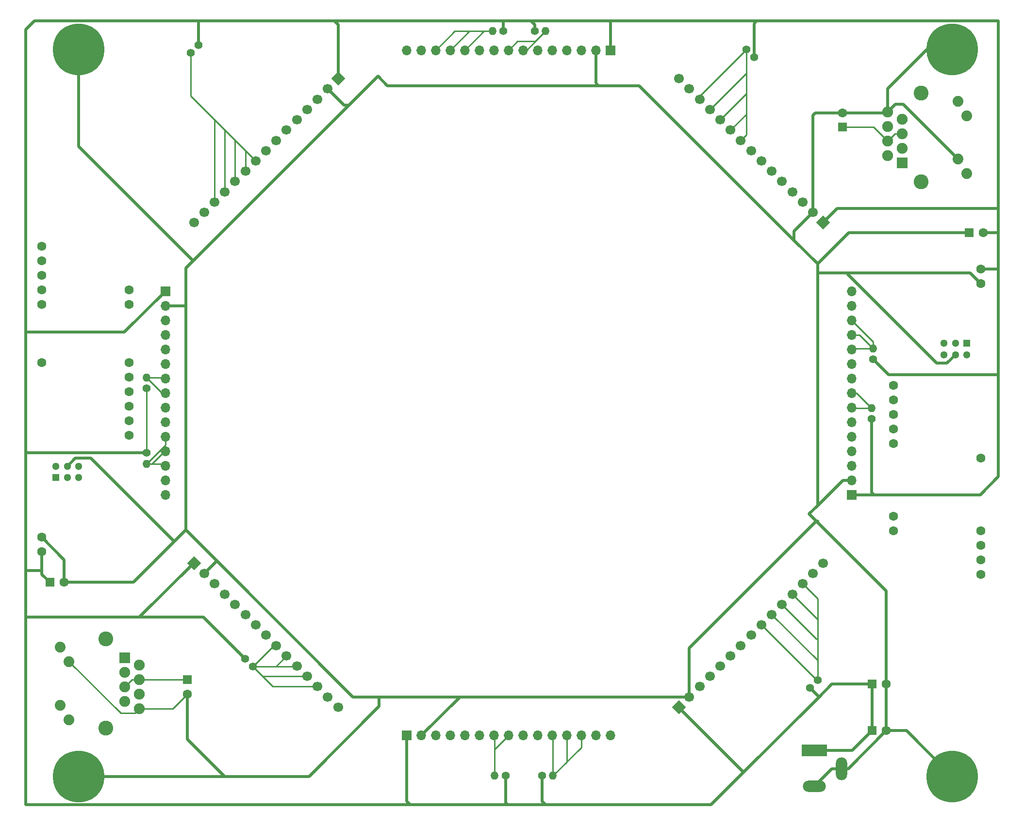
<source format=gbr>
%TF.GenerationSoftware,KiCad,Pcbnew,(6.0.11)*%
%TF.CreationDate,2023-02-05T17:58:30-05:00*%
%TF.ProjectId,arena_06-08,6172656e-615f-4303-962d-30382e6b6963,rev?*%
%TF.SameCoordinates,Original*%
%TF.FileFunction,Copper,L1,Top*%
%TF.FilePolarity,Positive*%
%FSLAX46Y46*%
G04 Gerber Fmt 4.6, Leading zero omitted, Abs format (unit mm)*
G04 Created by KiCad (PCBNEW (6.0.11)) date 2023-02-05 17:58:30*
%MOMM*%
%LPD*%
G01*
G04 APERTURE LIST*
G04 Aperture macros list*
%AMHorizOval*
0 Thick line with rounded ends*
0 $1 width*
0 $2 $3 position (X,Y) of the first rounded end (center of the circle)*
0 $4 $5 position (X,Y) of the second rounded end (center of the circle)*
0 Add line between two ends*
20,1,$1,$2,$3,$4,$5,0*
0 Add two circle primitives to create the rounded ends*
1,1,$1,$2,$3*
1,1,$1,$4,$5*%
%AMRotRect*
0 Rectangle, with rotation*
0 The origin of the aperture is its center*
0 $1 length*
0 $2 width*
0 $3 Rotation angle, in degrees counterclockwise*
0 Add horizontal line*
21,1,$1,$2,0,0,$3*%
G04 Aperture macros list end*
%TA.AperFunction,ComponentPad*%
%ADD10C,1.400000*%
%TD*%
%TA.AperFunction,ComponentPad*%
%ADD11O,1.400000X1.400000*%
%TD*%
%TA.AperFunction,ComponentPad*%
%ADD12R,1.700000X1.700000*%
%TD*%
%TA.AperFunction,ComponentPad*%
%ADD13O,1.700000X1.700000*%
%TD*%
%TA.AperFunction,ComponentPad*%
%ADD14HorizOval,1.400000X0.000000X0.000000X0.000000X0.000000X0*%
%TD*%
%TA.AperFunction,ComponentPad*%
%ADD15R,1.600000X1.600000*%
%TD*%
%TA.AperFunction,ComponentPad*%
%ADD16C,1.600000*%
%TD*%
%TA.AperFunction,ComponentPad*%
%ADD17RotRect,1.700000X1.700000X315.000000*%
%TD*%
%TA.AperFunction,ComponentPad*%
%ADD18HorizOval,1.700000X0.000000X0.000000X0.000000X0.000000X0*%
%TD*%
%TA.AperFunction,ComponentPad*%
%ADD19C,0.900000*%
%TD*%
%TA.AperFunction,ComponentPad*%
%ADD20C,9.000000*%
%TD*%
%TA.AperFunction,ComponentPad*%
%ADD21HorizOval,1.400000X0.000000X0.000000X0.000000X0.000000X0*%
%TD*%
%TA.AperFunction,ComponentPad*%
%ADD22RotRect,1.700000X1.700000X45.000000*%
%TD*%
%TA.AperFunction,ComponentPad*%
%ADD23HorizOval,1.700000X0.000000X0.000000X0.000000X0.000000X0*%
%TD*%
%TA.AperFunction,ComponentPad*%
%ADD24C,2.600000*%
%TD*%
%TA.AperFunction,ComponentPad*%
%ADD25C,1.890000*%
%TD*%
%TA.AperFunction,ComponentPad*%
%ADD26R,1.900000X1.900000*%
%TD*%
%TA.AperFunction,ComponentPad*%
%ADD27C,1.900000*%
%TD*%
%TA.AperFunction,ComponentPad*%
%ADD28HorizOval,1.400000X0.000000X0.000000X0.000000X0.000000X0*%
%TD*%
%TA.AperFunction,ComponentPad*%
%ADD29RotRect,1.700000X1.700000X225.000000*%
%TD*%
%TA.AperFunction,ComponentPad*%
%ADD30HorizOval,1.700000X0.000000X0.000000X0.000000X0.000000X0*%
%TD*%
%TA.AperFunction,ComponentPad*%
%ADD31RotRect,1.700000X1.700000X135.000000*%
%TD*%
%TA.AperFunction,ComponentPad*%
%ADD32HorizOval,1.700000X0.000000X0.000000X0.000000X0.000000X0*%
%TD*%
%TA.AperFunction,ComponentPad*%
%ADD33R,1.300000X1.300000*%
%TD*%
%TA.AperFunction,ComponentPad*%
%ADD34C,1.300000*%
%TD*%
%TA.AperFunction,ComponentPad*%
%ADD35HorizOval,1.400000X0.000000X0.000000X0.000000X0.000000X0*%
%TD*%
%TA.AperFunction,ComponentPad*%
%ADD36R,4.500000X2.000000*%
%TD*%
%TA.AperFunction,ComponentPad*%
%ADD37O,4.000000X2.000000*%
%TD*%
%TA.AperFunction,ComponentPad*%
%ADD38O,2.000000X4.000000*%
%TD*%
%TA.AperFunction,Conductor*%
%ADD39C,0.250000*%
%TD*%
%TA.AperFunction,Conductor*%
%ADD40C,0.500000*%
%TD*%
G04 APERTURE END LIST*
D10*
%TO.P,R9,1*%
%TO.N,+5V*%
X86868000Y-110490000D03*
D11*
%TO.P,R9,2*%
%TO.N,Net-(J7-Pad11)*%
X86868000Y-112390000D03*
%TD*%
D12*
%TO.P,J3,1,Pin_1*%
%TO.N,+5V*%
X209850000Y-117780000D03*
D13*
%TO.P,J3,2,Pin_2*%
%TO.N,GND*%
X209850000Y-115240000D03*
%TO.P,J3,3,Pin_3*%
%TO.N,unconnected-(J3-Pad3)*%
X209850000Y-112700000D03*
%TO.P,J3,4,Pin_4*%
%TO.N,/SCK1*%
X209850000Y-110160000D03*
%TO.P,J3,5,Pin_5*%
%TO.N,/SDO1*%
X209850000Y-107620000D03*
%TO.P,J3,6,Pin_6*%
%TO.N,unconnected-(J3-Pad6)*%
X209850000Y-105080000D03*
%TO.P,J3,7,Pin_7*%
%TO.N,Net-(J3-Pad7)*%
X209850000Y-102540000D03*
%TO.P,J3,8,Pin_8*%
X209850000Y-100000000D03*
%TO.P,J3,9,Pin_9*%
%TO.N,/CS1_3*%
X209850000Y-97460000D03*
%TO.P,J3,10,Pin_10*%
%TO.N,/CS1_4*%
X209850000Y-94920000D03*
%TO.P,J3,11,Pin_11*%
%TO.N,Net-(J3-Pad11)*%
X209850000Y-92380000D03*
%TO.P,J3,12,Pin_12*%
X209850000Y-89840000D03*
%TO.P,J3,13,Pin_13*%
X209850000Y-87300000D03*
%TO.P,J3,14,Pin_14*%
%TO.N,unconnected-(J3-Pad14)*%
X209850000Y-84760000D03*
%TO.P,J3,15,Pin_15*%
%TO.N,unconnected-(J3-Pad15)*%
X209850000Y-82220000D03*
%TD*%
D10*
%TO.P,R8,1*%
%TO.N,+5V*%
X95889932Y-39238068D03*
D14*
%TO.P,R8,2*%
%TO.N,Net-(J6-Pad10)*%
X94546429Y-40581571D03*
%TD*%
D15*
%TO.P,C2,1*%
%TO.N,+5V*%
X69996864Y-133096000D03*
D16*
%TO.P,C2,2*%
%TO.N,GND*%
X72496864Y-133096000D03*
%TD*%
D17*
%TO.P,J6,1,Pin_1*%
%TO.N,+5V*%
X120252000Y-45107300D03*
D18*
%TO.P,J6,2,Pin_2*%
%TO.N,GND*%
X118455949Y-46903351D03*
%TO.P,J6,3,Pin_3*%
%TO.N,unconnected-(J6-Pad3)*%
X116659898Y-48699402D03*
%TO.P,J6,4,Pin_4*%
%TO.N,/SCK4*%
X114863846Y-50495454D03*
%TO.P,J6,5,Pin_5*%
%TO.N,/SDO4*%
X113067795Y-52291505D03*
%TO.P,J6,6,Pin_6*%
%TO.N,unconnected-(J6-Pad6)*%
X111271744Y-54087556D03*
%TO.P,J6,7,Pin_7*%
%TO.N,/CS4_1*%
X109475693Y-55883607D03*
%TO.P,J6,8,Pin_8*%
%TO.N,/CS4_2*%
X107679641Y-57679659D03*
%TO.P,J6,9,Pin_9*%
%TO.N,Net-(J6-Pad10)*%
X105883590Y-59475710D03*
%TO.P,J6,10,Pin_10*%
X104087539Y-61271761D03*
%TO.P,J6,11,Pin_11*%
X102291488Y-63067812D03*
%TO.P,J6,12,Pin_12*%
X100495437Y-64863863D03*
%TO.P,J6,13,Pin_13*%
X98699385Y-66659915D03*
%TO.P,J6,14,Pin_14*%
%TO.N,unconnected-(J6-Pad14)*%
X96903334Y-68455966D03*
%TO.P,J6,15,Pin_15*%
%TO.N,unconnected-(J6-Pad15)*%
X95107283Y-70252017D03*
%TD*%
D19*
%TO.P,H4,1,1*%
%TO.N,GND*%
X224025000Y-167000000D03*
X230775000Y-167000000D03*
X227400000Y-170375000D03*
X229786485Y-164613515D03*
X227400000Y-163625000D03*
X229786485Y-169386485D03*
X225013515Y-164613515D03*
D20*
X227400000Y-167000000D03*
D19*
X225013515Y-169386485D03*
%TD*%
D10*
%TO.P,R7,1*%
%TO.N,+5V*%
X104008068Y-146426068D03*
D21*
%TO.P,R7,2*%
%TO.N,Net-(J5-Pad10)*%
X105351571Y-147769571D03*
%TD*%
D19*
%TO.P,H2,1,1*%
%TO.N,GND*%
X71625000Y-40000000D03*
X72613515Y-42386485D03*
X72613515Y-37613515D03*
X75000000Y-43375000D03*
X77386485Y-42386485D03*
D20*
X75000000Y-40000000D03*
D19*
X75000000Y-36625000D03*
X77386485Y-37613515D03*
X78375000Y-40000000D03*
%TD*%
%TO.P,H1,1,1*%
%TO.N,GND*%
X225013515Y-42386485D03*
D20*
X227400000Y-40000000D03*
D19*
X227400000Y-36625000D03*
X225013515Y-37613515D03*
X227400000Y-43375000D03*
X224025000Y-40000000D03*
X229786485Y-42386485D03*
X229786485Y-37613515D03*
X230775000Y-40000000D03*
%TD*%
D10*
%TO.P,R10,1*%
%TO.N,+5V*%
X86868000Y-99203000D03*
D11*
%TO.P,R10,2*%
%TO.N,Net-(J7-Pad7)*%
X86868000Y-97303000D03*
%TD*%
D15*
%TO.P,C4,1*%
%TO.N,+5V*%
X213401144Y-150876000D03*
D16*
%TO.P,C4,2*%
%TO.N,GND*%
X215901144Y-150876000D03*
%TD*%
D22*
%TO.P,J5,1,Pin_1*%
%TO.N,+5V*%
X95107300Y-129748000D03*
D23*
%TO.P,J5,2,Pin_2*%
%TO.N,GND*%
X96903351Y-131544051D03*
%TO.P,J5,3,Pin_3*%
%TO.N,unconnected-(J5-Pad3)*%
X98699402Y-133340102D03*
%TO.P,J5,4,Pin_4*%
%TO.N,/SCK3*%
X100495454Y-135136154D03*
%TO.P,J5,5,Pin_5*%
%TO.N,/SDO3*%
X102291505Y-136932205D03*
%TO.P,J5,6,Pin_6*%
%TO.N,unconnected-(J5-Pad6)*%
X104087556Y-138728256D03*
%TO.P,J5,7,Pin_7*%
%TO.N,/CS3_1*%
X105883607Y-140524307D03*
%TO.P,J5,8,Pin_8*%
%TO.N,/CS3_2*%
X107679659Y-142320359D03*
%TO.P,J5,9,Pin_9*%
%TO.N,Net-(J5-Pad10)*%
X109475710Y-144116410D03*
%TO.P,J5,10,Pin_10*%
X111271761Y-145912461D03*
%TO.P,J5,11,Pin_11*%
X113067812Y-147708512D03*
%TO.P,J5,12,Pin_12*%
X114863863Y-149504563D03*
%TO.P,J5,13,Pin_13*%
X116659915Y-151300615D03*
%TO.P,J5,14,Pin_14*%
%TO.N,unconnected-(J5-Pad14)*%
X118455966Y-153096666D03*
%TO.P,J5,15,Pin_15*%
%TO.N,unconnected-(J5-Pad15)*%
X120252017Y-154892717D03*
%TD*%
D19*
%TO.P,H3,1,1*%
%TO.N,GND*%
X78375000Y-167000000D03*
X72613515Y-169386485D03*
X71625000Y-167000000D03*
X77386485Y-164613515D03*
X77386485Y-169386485D03*
X75000000Y-170375000D03*
X72613515Y-164613515D03*
X75000000Y-163625000D03*
D20*
X75000000Y-167000000D03*
%TD*%
D11*
%TO.P,R11,2*%
%TO.N,Net-(J8-Pad11)*%
X147198000Y-36830000D03*
D10*
%TO.P,R11,1*%
%TO.N,+5V*%
X149098000Y-36830000D03*
%TD*%
D24*
%TO.P,J11,13,SHIELD*%
%TO.N,unconnected-(J11-Pad13)*%
X79768000Y-142974000D03*
X79768000Y-158524000D03*
D25*
%TO.P,J11,L1,LEDY_A*%
%TO.N,unconnected-(J11-PadL1)*%
X73338000Y-157074000D03*
%TO.P,J11,L2,LEDY_K*%
%TO.N,unconnected-(J11-PadL2)*%
X71818000Y-154534000D03*
%TO.P,J11,L3,LEDG_K*%
%TO.N,GND*%
X73338000Y-146964000D03*
%TO.P,J11,L4,LEDG_A*%
%TO.N,/T2L*%
X71818000Y-144424000D03*
D26*
%TO.P,J11,R1,TD+*%
%TO.N,/T2T+*%
X83058000Y-146304000D03*
D27*
%TO.P,J11,R2,TD-*%
%TO.N,/T2T-*%
X85598000Y-147574000D03*
%TO.P,J11,R3,RD+*%
%TO.N,/T2R+*%
X83058000Y-148844000D03*
%TO.P,J11,R4,TCT*%
%TO.N,Net-(C5-Pad1)*%
X85598000Y-150114000D03*
%TO.P,J11,R5,RCT*%
X83058000Y-151384000D03*
%TO.P,J11,R6,RD-*%
%TO.N,/T2R-*%
X85598000Y-152654000D03*
%TO.P,J11,R7,NC*%
%TO.N,unconnected-(J11-PadR7)*%
X83058000Y-153924000D03*
%TO.P,J11,R8,GND*%
%TO.N,GND*%
X85598000Y-155194000D03*
%TD*%
D10*
%TO.P,R1,1*%
%TO.N,+5V*%
X192839932Y-41339932D03*
D28*
%TO.P,R1,2*%
%TO.N,Net-(J1-Pad10)*%
X191496429Y-39996429D03*
%TD*%
D29*
%TO.P,J1,1,Pin_1*%
%TO.N,+5V*%
X204893000Y-70252000D03*
D30*
%TO.P,J1,2,Pin_2*%
%TO.N,GND*%
X203096949Y-68455949D03*
%TO.P,J1,3,Pin_3*%
%TO.N,unconnected-(J1-Pad3)*%
X201300898Y-66659898D03*
%TO.P,J1,4,Pin_4*%
%TO.N,/SCK1*%
X199504846Y-64863846D03*
%TO.P,J1,5,Pin_5*%
%TO.N,/SDO1*%
X197708795Y-63067795D03*
%TO.P,J1,6,Pin_6*%
%TO.N,unconnected-(J1-Pad6)*%
X195912744Y-61271744D03*
%TO.P,J1,7,Pin_7*%
%TO.N,/CS1_1*%
X194116693Y-59475693D03*
%TO.P,J1,8,Pin_8*%
%TO.N,/CS1_2*%
X192320641Y-57679641D03*
%TO.P,J1,9,Pin_9*%
%TO.N,Net-(J1-Pad10)*%
X190524590Y-55883590D03*
%TO.P,J1,10,Pin_10*%
X188728539Y-54087539D03*
%TO.P,J1,11,Pin_11*%
X186932488Y-52291488D03*
%TO.P,J1,12,Pin_12*%
X185136437Y-50495437D03*
%TO.P,J1,13,Pin_13*%
X183340385Y-48699385D03*
%TO.P,J1,14,Pin_14*%
%TO.N,unconnected-(J1-Pad14)*%
X181544334Y-46903334D03*
%TO.P,J1,15,Pin_15*%
%TO.N,unconnected-(J1-Pad15)*%
X179748283Y-45107283D03*
%TD*%
D15*
%TO.P,C1,1*%
%TO.N,GND*%
X230350000Y-72050000D03*
D16*
%TO.P,C1,2*%
%TO.N,+5V*%
X232850000Y-72050000D03*
%TD*%
D15*
%TO.P,C3,1*%
%TO.N,+5V*%
X213401144Y-159004000D03*
D16*
%TO.P,C3,2*%
%TO.N,GND*%
X215901144Y-159004000D03*
%TD*%
D10*
%TO.P,R5,1*%
%TO.N,+5V*%
X155813000Y-166878000D03*
D11*
%TO.P,R5,2*%
%TO.N,Net-(J4-Pad11)*%
X157713000Y-166878000D03*
%TD*%
D31*
%TO.P,J2,1,Pin_1*%
%TO.N,+5V*%
X179748000Y-154893000D03*
D32*
%TO.P,J2,2,Pin_2*%
%TO.N,GND*%
X181544051Y-153096949D03*
%TO.P,J2,3,Pin_3*%
%TO.N,unconnected-(J2-Pad3)*%
X183340102Y-151300898D03*
%TO.P,J2,4,Pin_4*%
%TO.N,/SCK2*%
X185136154Y-149504846D03*
%TO.P,J2,5,Pin_5*%
%TO.N,/SDO2*%
X186932205Y-147708795D03*
%TO.P,J2,6,Pin_6*%
%TO.N,unconnected-(J2-Pad6)*%
X188728256Y-145912744D03*
%TO.P,J2,7,Pin_7*%
%TO.N,/CS2_1*%
X190524307Y-144116693D03*
%TO.P,J2,8,Pin_8*%
%TO.N,/CS2_2*%
X192320359Y-142320641D03*
%TO.P,J2,9,Pin_9*%
%TO.N,Net-(J2-Pad10)*%
X194116410Y-140524590D03*
%TO.P,J2,10,Pin_10*%
X195912461Y-138728539D03*
%TO.P,J2,11,Pin_11*%
X197708512Y-136932488D03*
%TO.P,J2,12,Pin_12*%
X199504563Y-135136437D03*
%TO.P,J2,13,Pin_13*%
X201300615Y-133340385D03*
%TO.P,J2,14,Pin_14*%
%TO.N,unconnected-(J2-Pad14)*%
X203096666Y-131544334D03*
%TO.P,J2,15,Pin_15*%
%TO.N,unconnected-(J2-Pad15)*%
X204892717Y-129748283D03*
%TD*%
D15*
%TO.P,C6,1*%
%TO.N,Net-(C6-Pad1)*%
X208280000Y-53594000D03*
D16*
%TO.P,C6,2*%
%TO.N,GND*%
X208280000Y-51094000D03*
%TD*%
D12*
%TO.P,J7,1,Pin_1*%
%TO.N,+5V*%
X90150000Y-82220000D03*
D13*
%TO.P,J7,2,Pin_2*%
%TO.N,GND*%
X90150000Y-84760000D03*
%TO.P,J7,3,Pin_3*%
%TO.N,unconnected-(J7-Pad3)*%
X90150000Y-87300000D03*
%TO.P,J7,4,Pin_4*%
%TO.N,/SCK3*%
X90150000Y-89840000D03*
%TO.P,J7,5,Pin_5*%
%TO.N,/SDO3*%
X90150000Y-92380000D03*
%TO.P,J7,6,Pin_6*%
%TO.N,unconnected-(J7-Pad6)*%
X90150000Y-94920000D03*
%TO.P,J7,7,Pin_7*%
%TO.N,Net-(J7-Pad7)*%
X90150000Y-97460000D03*
%TO.P,J7,8,Pin_8*%
X90150000Y-100000000D03*
%TO.P,J7,9,Pin_9*%
%TO.N,/CS3_3*%
X90150000Y-102540000D03*
%TO.P,J7,10,Pin_10*%
%TO.N,/CS3_4*%
X90150000Y-105080000D03*
%TO.P,J7,11,Pin_11*%
%TO.N,Net-(J7-Pad11)*%
X90150000Y-107620000D03*
%TO.P,J7,12,Pin_12*%
X90150000Y-110160000D03*
%TO.P,J7,13,Pin_13*%
X90150000Y-112700000D03*
%TO.P,J7,14,Pin_14*%
%TO.N,unconnected-(J7-Pad14)*%
X90150000Y-115240000D03*
%TO.P,J7,15,Pin_15*%
%TO.N,unconnected-(J7-Pad15)*%
X90150000Y-117780000D03*
%TD*%
D15*
%TO.P,C5,1*%
%TO.N,Net-(C5-Pad1)*%
X93980000Y-150114000D03*
D16*
%TO.P,C5,2*%
%TO.N,GND*%
X93980000Y-152614000D03*
%TD*%
D10*
%TO.P,R3,1*%
%TO.N,+5V*%
X213614000Y-94123000D03*
D11*
%TO.P,R3,2*%
%TO.N,Net-(J3-Pad11)*%
X213614000Y-92223000D03*
%TD*%
D27*
%TO.P,J10,R8,GND*%
%TO.N,GND*%
X216134000Y-50927000D03*
%TO.P,J10,R7,NC*%
%TO.N,unconnected-(J10-PadR7)*%
X218674000Y-52197000D03*
%TO.P,J10,R6,RD-*%
%TO.N,/T1R-*%
X216134000Y-53467000D03*
%TO.P,J10,R5,RCT*%
%TO.N,Net-(C6-Pad1)*%
X218674000Y-54737000D03*
%TO.P,J10,R4,TCT*%
X216134000Y-56007000D03*
%TO.P,J10,R3,RD+*%
%TO.N,/T1R+*%
X218674000Y-57277000D03*
%TO.P,J10,R2,TD-*%
%TO.N,/T1T-*%
X216134000Y-58547000D03*
D26*
%TO.P,J10,R1,TD+*%
%TO.N,/T1T+*%
X218674000Y-59817000D03*
D25*
%TO.P,J10,L4,LEDG_A*%
%TO.N,/T1L*%
X229914000Y-61697000D03*
%TO.P,J10,L3,LEDG_K*%
%TO.N,GND*%
X228394000Y-59157000D03*
%TO.P,J10,L2,LEDY_K*%
%TO.N,unconnected-(J10-PadL2)*%
X229914000Y-51587000D03*
%TO.P,J10,L1,LEDY_A*%
%TO.N,unconnected-(J10-PadL1)*%
X228394000Y-49047000D03*
D24*
%TO.P,J10,13,SHIELD*%
%TO.N,unconnected-(J10-Pad13)*%
X221964000Y-47597000D03*
X221964000Y-63147000D03*
%TD*%
D16*
%TO.P,U2,9,7_RX2_OUT1A*%
%TO.N,/CS3_4*%
X83820000Y-107442000D03*
%TO.P,U2,10,8_TX2_IN1*%
%TO.N,/CS3_3*%
X83820000Y-104902000D03*
%TO.P,U2,11,9_OUT1C*%
%TO.N,/CS3_2*%
X83820000Y-102362000D03*
%TO.P,U2,12,10_CS_MQSR*%
%TO.N,/CS3_1*%
X83820000Y-99822000D03*
%TO.P,U2,13,11_MOSI_CTX1*%
%TO.N,/SDO3*%
X83820000Y-97282000D03*
%TO.P,U2,14,12_MISO_MQSL*%
%TO.N,unconnected-(U2-Pad14)*%
X83820000Y-94742000D03*
%TO.P,U2,18,26_A12_MOSI1*%
%TO.N,/SDO4*%
X83820000Y-84582000D03*
%TO.P,U2,19,27_A13_SCK1*%
%TO.N,/SCK4*%
X83820000Y-82042000D03*
%TO.P,U2,27,35_TX8*%
%TO.N,/CS4_4*%
X68580000Y-74422000D03*
%TO.P,U2,28,36_CS*%
%TO.N,/CS4_3*%
X68580000Y-76962000D03*
%TO.P,U2,29,37_CS*%
%TO.N,/CS4_2*%
X68580000Y-79502000D03*
%TO.P,U2,30,38_CS1_IN1*%
%TO.N,/CS4_1*%
X68580000Y-82042000D03*
%TO.P,U2,31,39_MISO1_OUT1A*%
%TO.N,unconnected-(U2-Pad31)*%
X68580000Y-84582000D03*
%TO.P,U2,35,13_SCK_LED*%
%TO.N,/SCK3*%
X68580000Y-94742000D03*
%TO.P,U2,47,GND*%
%TO.N,GND*%
X68580000Y-125222000D03*
%TO.P,U2,48,VIN*%
%TO.N,+5V*%
X68580000Y-127762000D03*
D33*
%TO.P,U2,60,R+*%
%TO.N,/T2R+*%
X71018400Y-114792000D03*
D34*
%TO.P,U2,61,LED*%
%TO.N,/T2L*%
X73018400Y-114792000D03*
%TO.P,U2,62,T-*%
%TO.N,/T2T-*%
X75018400Y-114792000D03*
%TO.P,U2,63,T+*%
%TO.N,/T2T+*%
X75018400Y-112792000D03*
%TO.P,U2,64,GND*%
%TO.N,GND*%
X73018400Y-112792000D03*
%TO.P,U2,65,R-*%
%TO.N,/T2R-*%
X71018400Y-112792000D03*
%TD*%
D12*
%TO.P,J8,1,Pin_1*%
%TO.N,+5V*%
X167780000Y-40150000D03*
D13*
%TO.P,J8,2,Pin_2*%
%TO.N,GND*%
X165240000Y-40150000D03*
%TO.P,J8,3,Pin_3*%
%TO.N,unconnected-(J8-Pad3)*%
X162700000Y-40150000D03*
%TO.P,J8,4,Pin_4*%
%TO.N,/SCK4*%
X160160000Y-40150000D03*
%TO.P,J8,5,Pin_5*%
%TO.N,/SDO4*%
X157620000Y-40150000D03*
%TO.P,J8,6,Pin_6*%
%TO.N,unconnected-(J8-Pad6)*%
X155080000Y-40150000D03*
%TO.P,J8,7,Pin_7*%
%TO.N,Net-(J8-Pad7)*%
X152540000Y-40150000D03*
%TO.P,J8,8,Pin_8*%
X150000000Y-40150000D03*
%TO.P,J8,9,Pin_9*%
%TO.N,/CS4_3*%
X147460000Y-40150000D03*
%TO.P,J8,10,Pin_10*%
%TO.N,/CS4_4*%
X144920000Y-40150000D03*
%TO.P,J8,11,Pin_11*%
%TO.N,Net-(J8-Pad11)*%
X142380000Y-40150000D03*
%TO.P,J8,12,Pin_12*%
X139840000Y-40150000D03*
%TO.P,J8,13,Pin_13*%
X137300000Y-40150000D03*
%TO.P,J8,14,Pin_14*%
%TO.N,unconnected-(J8-Pad14)*%
X134760000Y-40150000D03*
%TO.P,J8,15,Pin_15*%
%TO.N,unconnected-(J8-Pad15)*%
X132220000Y-40150000D03*
%TD*%
D10*
%TO.P,R2,1*%
%TO.N,+5V*%
X202560068Y-151515932D03*
D35*
%TO.P,R2,2*%
%TO.N,Net-(J2-Pad10)*%
X203903571Y-150172429D03*
%TD*%
D10*
%TO.P,R6,1*%
%TO.N,+5V*%
X149495000Y-166878000D03*
D11*
%TO.P,R6,2*%
%TO.N,Net-(J4-Pad7)*%
X147595000Y-166878000D03*
%TD*%
D10*
%TO.P,R4,1*%
%TO.N,+5V*%
X213360000Y-104537000D03*
D11*
%TO.P,R4,2*%
%TO.N,Net-(J3-Pad7)*%
X213360000Y-102637000D03*
%TD*%
D16*
%TO.P,U1,9,7_RX2_OUT1A*%
%TO.N,/CS1_4*%
X217170000Y-98679000D03*
%TO.P,U1,10,8_TX2_IN1*%
%TO.N,/CS1_3*%
X217170000Y-101219000D03*
%TO.P,U1,11,9_OUT1C*%
%TO.N,/CS1_2*%
X217170000Y-103759000D03*
%TO.P,U1,12,10_CS_MQSR*%
%TO.N,/CS1_1*%
X217170000Y-106299000D03*
%TO.P,U1,13,11_MOSI_CTX1*%
%TO.N,/SDO1*%
X217170000Y-108839000D03*
%TO.P,U1,18,26_A12_MOSI1*%
%TO.N,/SDO2*%
X217170000Y-121539000D03*
%TO.P,U1,19,27_A13_SCK1*%
%TO.N,/SCK2*%
X217170000Y-124079000D03*
%TO.P,U1,27,35_TX8*%
%TO.N,/CS2_4*%
X232410000Y-131699000D03*
%TO.P,U1,28,36_CS*%
%TO.N,/CS2_3*%
X232410000Y-129159000D03*
%TO.P,U1,29,37_CS*%
%TO.N,/CS2_2*%
X232410000Y-126619000D03*
%TO.P,U1,30,38_CS1_IN1*%
%TO.N,/CS2_1*%
X232410000Y-124079000D03*
%TO.P,U1,35,13_SCK_LED*%
%TO.N,/SCK1*%
X232410000Y-111379000D03*
%TO.P,U1,47,GND*%
%TO.N,GND*%
X232410000Y-80899000D03*
%TO.P,U1,48,VIN*%
%TO.N,+5V*%
X232410000Y-78359000D03*
D33*
%TO.P,U1,60,R+*%
%TO.N,/T1R+*%
X229971600Y-91329000D03*
D34*
%TO.P,U1,61,LED*%
%TO.N,/T1L*%
X227971600Y-91329000D03*
%TO.P,U1,62,T-*%
%TO.N,/T1T-*%
X225971600Y-91329000D03*
%TO.P,U1,63,T+*%
%TO.N,/T1T+*%
X225971600Y-93329000D03*
%TO.P,U1,64,GND*%
%TO.N,GND*%
X227971600Y-93329000D03*
%TO.P,U1,65,R-*%
%TO.N,/T1R-*%
X229971600Y-93329000D03*
%TD*%
D10*
%TO.P,R12,1*%
%TO.N,+5V*%
X154543000Y-36830000D03*
D11*
%TO.P,R12,2*%
%TO.N,Net-(J8-Pad7)*%
X156443000Y-36830000D03*
%TD*%
D12*
%TO.P,J4,1,Pin_1*%
%TO.N,+5V*%
X132220000Y-159850000D03*
D13*
%TO.P,J4,2,Pin_2*%
%TO.N,GND*%
X134760000Y-159850000D03*
%TO.P,J4,3,Pin_3*%
%TO.N,unconnected-(J4-Pad3)*%
X137300000Y-159850000D03*
%TO.P,J4,4,Pin_4*%
%TO.N,/SCK2*%
X139840000Y-159850000D03*
%TO.P,J4,5,Pin_5*%
%TO.N,/SDO2*%
X142380000Y-159850000D03*
%TO.P,J4,6,Pin_6*%
%TO.N,unconnected-(J4-Pad6)*%
X144920000Y-159850000D03*
%TO.P,J4,7,Pin_7*%
%TO.N,Net-(J4-Pad7)*%
X147460000Y-159850000D03*
%TO.P,J4,8,Pin_8*%
X150000000Y-159850000D03*
%TO.P,J4,9,Pin_9*%
%TO.N,/CS2_3*%
X152540000Y-159850000D03*
%TO.P,J4,10,Pin_10*%
%TO.N,/CS2_4*%
X155080000Y-159850000D03*
%TO.P,J4,11,Pin_11*%
%TO.N,Net-(J4-Pad11)*%
X157620000Y-159850000D03*
%TO.P,J4,12,Pin_12*%
X160160000Y-159850000D03*
%TO.P,J4,13,Pin_13*%
X162700000Y-159850000D03*
%TO.P,J4,14,Pin_14*%
%TO.N,unconnected-(J4-Pad14)*%
X165240000Y-159850000D03*
%TO.P,J4,15,Pin_15*%
%TO.N,unconnected-(J4-Pad15)*%
X167780000Y-159850000D03*
%TD*%
D36*
%TO.P,J9,1*%
%TO.N,+5V*%
X203362000Y-162460000D03*
D37*
%TO.P,J9,2*%
%TO.N,GND*%
X203362000Y-168660000D03*
D38*
%TO.P,J9,3*%
X208062000Y-165660000D03*
%TD*%
D39*
%TO.N,Net-(J2-Pad10)*%
X194116410Y-140524590D02*
X203764249Y-150172429D01*
X203764249Y-150172429D02*
X203903571Y-150172429D01*
D40*
%TO.N,GND*%
X73018400Y-112792000D02*
X74410400Y-111400000D01*
X74410400Y-111400000D02*
X77110000Y-111400000D01*
X77110000Y-111400000D02*
X91694000Y-125984000D01*
%TO.N,+5V*%
X190400000Y-166850000D02*
X191025000Y-166225000D01*
X191025000Y-166225000D02*
X179748000Y-154948000D01*
X179748000Y-154948000D02*
X179748000Y-154893000D01*
X190400000Y-166850000D02*
X185292000Y-171958000D01*
X204000000Y-153250000D02*
X190400000Y-166850000D01*
X206374000Y-150876000D02*
X204000000Y-153250000D01*
X204000000Y-153250000D02*
X204000000Y-152955864D01*
X204000000Y-152955864D02*
X202560068Y-151515932D01*
X213401144Y-150876000D02*
X206374000Y-150876000D01*
X185292000Y-171958000D02*
X156464000Y-171958000D01*
X213730000Y-117780000D02*
X232270000Y-117780000D01*
X235456000Y-114594000D02*
X235456000Y-96806000D01*
X232270000Y-117780000D02*
X235456000Y-114594000D01*
%TO.N,GND*%
X94974327Y-76924327D02*
X122144327Y-49754327D01*
X93726000Y-78172654D02*
X94974327Y-76924327D01*
X94974327Y-76924327D02*
X75000000Y-56950000D01*
X75000000Y-56950000D02*
X75000000Y-40000000D01*
D39*
%TO.N,Net-(C6-Pad1)*%
X216134000Y-56007000D02*
X217404000Y-54737000D01*
X217404000Y-54737000D02*
X218674000Y-54737000D01*
X208280000Y-53594000D02*
X213721000Y-53594000D01*
X213721000Y-53594000D02*
X216134000Y-56007000D01*
D40*
%TO.N,+5V*%
X235456000Y-67794000D02*
X235450000Y-67800000D01*
X235450000Y-67800000D02*
X207345000Y-67800000D01*
X207345000Y-67800000D02*
X204893000Y-70252000D01*
X235456000Y-67794000D02*
X235456000Y-71994000D01*
X235456000Y-35050000D02*
X235456000Y-67794000D01*
%TO.N,GND*%
X227971600Y-93329000D02*
X226500600Y-94800000D01*
X226500600Y-94800000D02*
X224700000Y-94800000D01*
X224700000Y-94800000D02*
X209150000Y-79250000D01*
X209150000Y-79250000D02*
X209150000Y-79000000D01*
X204024000Y-79000000D02*
X209150000Y-79000000D01*
X209150000Y-79000000D02*
X230511000Y-79000000D01*
X203962000Y-78938000D02*
X204024000Y-79000000D01*
X230511000Y-79000000D02*
X232410000Y-80899000D01*
X203962000Y-78938000D02*
X203962000Y-119634000D01*
X203962000Y-77470000D02*
X203962000Y-78938000D01*
X203962000Y-77470000D02*
X209382000Y-72050000D01*
X209382000Y-72050000D02*
X230350000Y-72050000D01*
X216134000Y-50927000D02*
X217461000Y-49600000D01*
X217461000Y-49600000D02*
X218837000Y-49600000D01*
X218837000Y-49600000D02*
X228394000Y-59157000D01*
X216134000Y-50927000D02*
X216134000Y-46866000D01*
X216134000Y-46866000D02*
X223000000Y-40000000D01*
X223000000Y-40000000D02*
X227061000Y-40000000D01*
D39*
X227061000Y-40000000D02*
X227400000Y-40000000D01*
D40*
X203096949Y-68455949D02*
X203096949Y-51503051D01*
X203096949Y-51503051D02*
X203506000Y-51094000D01*
X203506000Y-51094000D02*
X208280000Y-51094000D01*
X208280000Y-51094000D02*
X215967000Y-51094000D01*
D39*
X215967000Y-51094000D02*
X216134000Y-50927000D01*
D40*
%TO.N,+5V*%
X193300000Y-35050000D02*
X196700000Y-35050000D01*
X167892000Y-35050000D02*
X193300000Y-35050000D01*
X193300000Y-35050000D02*
X192839932Y-35510068D01*
X192839932Y-35510068D02*
X192839932Y-41339932D01*
D39*
%TO.N,Net-(J1-Pad10)*%
X191496429Y-39996429D02*
X191496429Y-54911751D01*
X191496429Y-54911751D02*
X190524590Y-55883590D01*
X191496429Y-39996429D02*
X191496429Y-51319649D01*
X191496429Y-51319649D02*
X188728539Y-54087539D01*
X191496429Y-39996429D02*
X191496429Y-47727547D01*
X191496429Y-47727547D02*
X186932488Y-52291488D01*
X191496429Y-39996429D02*
X191496429Y-44135445D01*
X191496429Y-44135445D02*
X185136437Y-50495437D01*
X191496429Y-39996429D02*
X183340385Y-48152473D01*
X183340385Y-48152473D02*
X183340385Y-48699385D01*
D40*
%TO.N,+5V*%
X196700000Y-35050000D02*
X235456000Y-35050000D01*
%TO.N,GND*%
X199821000Y-73329000D02*
X203962000Y-77470000D01*
X172817000Y-46325000D02*
X199821000Y-73329000D01*
X199821000Y-71731898D02*
X203096949Y-68455949D01*
X199821000Y-73329000D02*
X199821000Y-71731898D01*
%TO.N,+5V*%
X213730000Y-117780000D02*
X209850000Y-117780000D01*
X213730000Y-117780000D02*
X213360000Y-117410000D01*
X213360000Y-117410000D02*
X213360000Y-104537000D01*
X235456000Y-96806000D02*
X217094000Y-96806000D01*
X217094000Y-96806000D02*
X216297000Y-96806000D01*
X235456000Y-78356000D02*
X235456000Y-96806000D01*
X216297000Y-96806000D02*
X213614000Y-94123000D01*
D39*
X235456000Y-78356000D02*
X235453000Y-78359000D01*
D40*
X235453000Y-78359000D02*
X232410000Y-78359000D01*
X235456000Y-71994000D02*
X235456000Y-78356000D01*
X235456000Y-71994000D02*
X235400000Y-72050000D01*
X235400000Y-72050000D02*
X232850000Y-72050000D01*
D39*
%TO.N,GND*%
X85598000Y-155194000D02*
X84836000Y-155956000D01*
D40*
X93980000Y-160528000D02*
X93980000Y-152614000D01*
X165705000Y-46325000D02*
X172817000Y-46325000D01*
X93726000Y-84836000D02*
X93650000Y-84760000D01*
X208356000Y-115240000D02*
X209850000Y-115240000D01*
D39*
X84836000Y-155956000D02*
X82330000Y-155956000D01*
D40*
X215901144Y-159004000D02*
X215901144Y-150876000D01*
X165240000Y-45860000D02*
X165240000Y-40150000D01*
X72496864Y-133096000D02*
X84582000Y-133096000D01*
X203962000Y-122682000D02*
X202438000Y-121158000D01*
D39*
X82330000Y-155956000D02*
X73338000Y-146964000D01*
D40*
X72496864Y-129138864D02*
X68580000Y-125222000D01*
X128815654Y-46325000D02*
X165705000Y-46325000D01*
X115194000Y-167000000D02*
X100452000Y-167000000D01*
X99060000Y-129286000D02*
X99060000Y-129387402D01*
X203835000Y-119761000D02*
X208356000Y-115240000D01*
X165705000Y-46325000D02*
X165240000Y-45860000D01*
X91694000Y-125984000D02*
X93726000Y-123952000D01*
X219404000Y-159004000D02*
X227400000Y-167000000D01*
X122144327Y-49754327D02*
X127194654Y-44704000D01*
X84582000Y-133096000D02*
X91694000Y-125984000D01*
X203962000Y-122428000D02*
X203708000Y-122428000D01*
X100452000Y-167000000D02*
X75000000Y-167000000D01*
X215901144Y-159004000D02*
X219404000Y-159004000D01*
X127442949Y-153096949D02*
X122870949Y-153096949D01*
X93650000Y-84760000D02*
X90150000Y-84760000D01*
X93726000Y-84836000D02*
X93726000Y-78172654D01*
X203962000Y-122682000D02*
X203962000Y-122428000D01*
X181544051Y-153096949D02*
X141513051Y-153096949D01*
X99060000Y-129387402D02*
X96903351Y-131544051D01*
X141513051Y-153096949D02*
X134760000Y-159850000D01*
X122144327Y-49754327D02*
X121306925Y-49754327D01*
X209245144Y-165660000D02*
X215901144Y-159004000D01*
D39*
X85598000Y-155194000D02*
X91400000Y-155194000D01*
X91400000Y-155194000D02*
X93980000Y-152614000D01*
D40*
X93726000Y-123952000D02*
X93726000Y-84836000D01*
X122870949Y-153096949D02*
X99060000Y-129286000D01*
X181544051Y-144591949D02*
X181544051Y-153096949D01*
X121306925Y-49754327D02*
X118455949Y-46903351D01*
X208062000Y-165660000D02*
X209245144Y-165660000D01*
X141513051Y-153096949D02*
X127442949Y-153096949D01*
X215901144Y-134621144D02*
X203962000Y-122682000D01*
X203362000Y-168660000D02*
X206362000Y-165660000D01*
X202438000Y-121158000D02*
X203835000Y-119761000D01*
X215901144Y-150876000D02*
X215901144Y-134621144D01*
X72496864Y-133096000D02*
X72496864Y-129138864D01*
X127194654Y-44704000D02*
X128815654Y-46325000D01*
X100452000Y-167000000D02*
X93980000Y-160528000D01*
X203962000Y-119634000D02*
X203835000Y-119761000D01*
X203708000Y-122428000D02*
X181544051Y-144591949D01*
X127442949Y-154751051D02*
X115194000Y-167000000D01*
X99060000Y-129286000D02*
X93726000Y-123952000D01*
X206362000Y-165660000D02*
X208062000Y-165660000D01*
X127442949Y-153096949D02*
X127442949Y-154751051D01*
%TO.N,+5V*%
X96774000Y-139192000D02*
X104008068Y-146426068D01*
X65786000Y-89408000D02*
X82962000Y-89408000D01*
X68580000Y-131064000D02*
X65786000Y-131064000D01*
X65786000Y-110236000D02*
X66040000Y-110490000D01*
X127510000Y-35050000D02*
X149100000Y-35050000D01*
X132842000Y-171958000D02*
X65786000Y-171958000D01*
X65786000Y-89408000D02*
X65786000Y-36576000D01*
X149495000Y-171593000D02*
X149495000Y-166878000D01*
X156464000Y-171958000D02*
X149860000Y-171958000D01*
X95107300Y-129748000D02*
X95042000Y-129748000D01*
X66040000Y-110490000D02*
X86868000Y-110490000D01*
X149098000Y-35052000D02*
X149098000Y-36830000D01*
X119636000Y-35050000D02*
X120252000Y-35666000D01*
D39*
X95889932Y-35174068D02*
X96014000Y-35050000D01*
D40*
X89916000Y-139192000D02*
X96774000Y-139192000D01*
X65786000Y-131064000D02*
X65786000Y-110490000D01*
X132842000Y-171958000D02*
X132220000Y-171336000D01*
X67312000Y-35050000D02*
X96014000Y-35050000D01*
X149860000Y-171958000D02*
X149495000Y-171593000D01*
X155813000Y-171307000D02*
X155813000Y-166878000D01*
D39*
X86868000Y-99203000D02*
X86868000Y-110490000D01*
D40*
X65786000Y-139192000D02*
X85090000Y-139192000D01*
X68580000Y-131679136D02*
X69996864Y-133096000D01*
X156464000Y-171958000D02*
X155813000Y-171307000D01*
X68580000Y-127762000D02*
X68580000Y-131064000D01*
X132220000Y-171336000D02*
X132220000Y-159850000D01*
X120252000Y-35666000D02*
X120252000Y-45107300D01*
X153922000Y-35050000D02*
X167892000Y-35050000D01*
X65786000Y-110236000D02*
X65786000Y-89408000D01*
X95042000Y-129748000D02*
X85598000Y-139192000D01*
X82962000Y-89408000D02*
X90150000Y-82220000D01*
X95889932Y-39238068D02*
X95889932Y-35174068D01*
X65786000Y-139192000D02*
X65786000Y-131064000D01*
X149100000Y-35050000D02*
X153922000Y-35050000D01*
X85090000Y-139192000D02*
X89916000Y-139192000D01*
X85598000Y-139192000D02*
X85090000Y-139192000D01*
X65786000Y-36576000D02*
X67312000Y-35050000D01*
X96014000Y-35050000D02*
X119636000Y-35050000D01*
X154543000Y-35671000D02*
X154543000Y-36830000D01*
X209945144Y-162460000D02*
X213401144Y-159004000D01*
X153922000Y-35050000D02*
X154543000Y-35671000D01*
X65786000Y-171958000D02*
X65786000Y-139192000D01*
X149100000Y-35050000D02*
X149098000Y-35052000D01*
X68580000Y-131064000D02*
X68580000Y-131679136D01*
X65786000Y-110490000D02*
X65786000Y-110236000D01*
X119636000Y-35050000D02*
X127510000Y-35050000D01*
X167780000Y-35162000D02*
X167780000Y-40150000D01*
X167892000Y-35050000D02*
X167780000Y-35162000D01*
X213401144Y-150876000D02*
X213401144Y-159004000D01*
X149860000Y-171958000D02*
X132842000Y-171958000D01*
X203362000Y-162460000D02*
X209945144Y-162460000D01*
D39*
%TO.N,Net-(C5-Pad1)*%
X93980000Y-150114000D02*
X84328000Y-150114000D01*
X84328000Y-150114000D02*
X83058000Y-151384000D01*
%TO.N,Net-(J2-Pad10)*%
X203903571Y-150172429D02*
X203903571Y-135943341D01*
X203903571Y-150172429D02*
X203903571Y-146719649D01*
X203903571Y-146719649D02*
X195912461Y-138728539D01*
X203903571Y-139535445D02*
X199504563Y-135136437D01*
X203903571Y-142943571D02*
X203903571Y-139535445D01*
X197708512Y-136932488D02*
X203719595Y-142943571D01*
X203903571Y-135943341D02*
X201300615Y-133340385D01*
X203903571Y-150172429D02*
X203903571Y-142943571D01*
X203719595Y-142943571D02*
X203903571Y-142943571D01*
%TO.N,Net-(J3-Pad7)*%
X213360000Y-102637000D02*
X210723000Y-100000000D01*
X213360000Y-102637000D02*
X209947000Y-102637000D01*
X210723000Y-100000000D02*
X209850000Y-100000000D01*
X209947000Y-102637000D02*
X209850000Y-102540000D01*
%TO.N,Net-(J3-Pad11)*%
X213614000Y-91064000D02*
X209850000Y-87300000D01*
X213614000Y-92223000D02*
X213614000Y-91064000D01*
X210007000Y-92223000D02*
X209850000Y-92380000D01*
X211231000Y-89840000D02*
X209850000Y-89840000D01*
X213614000Y-92223000D02*
X211231000Y-89840000D01*
X213614000Y-92223000D02*
X210007000Y-92223000D01*
%TO.N,Net-(J4-Pad7)*%
X147595000Y-166878000D02*
X147595000Y-159985000D01*
X147595000Y-162255000D02*
X150000000Y-159850000D01*
X147595000Y-166878000D02*
X147595000Y-162255000D01*
X147595000Y-159985000D02*
X147460000Y-159850000D01*
%TO.N,Net-(J4-Pad11)*%
X157713000Y-166878000D02*
X160160000Y-164431000D01*
X157713000Y-166878000D02*
X162700000Y-161891000D01*
X160160000Y-164431000D02*
X160160000Y-159850000D01*
X157713000Y-159943000D02*
X157620000Y-159850000D01*
X157713000Y-166878000D02*
X157713000Y-159943000D01*
X162700000Y-161891000D02*
X162700000Y-159850000D01*
%TO.N,Net-(J5-Pad10)*%
X105351571Y-147769571D02*
X107086563Y-149504563D01*
X105351571Y-147769571D02*
X109004732Y-144116410D01*
X107086563Y-149504563D02*
X114863863Y-149504563D01*
X109414651Y-147769571D02*
X111271761Y-145912461D01*
X105351571Y-147769571D02*
X109414651Y-147769571D01*
X109004732Y-144116410D02*
X109475710Y-144116410D01*
X113006753Y-147769571D02*
X113067812Y-147708512D01*
X105351571Y-147769571D02*
X113006753Y-147769571D01*
X105351571Y-147769571D02*
X108882615Y-151300615D01*
X108882615Y-151300615D02*
X116659915Y-151300615D01*
%TO.N,Net-(J6-Pad10)*%
X100546940Y-54139060D02*
X102070940Y-55663060D01*
X104087539Y-57679659D02*
X102324940Y-55917060D01*
X102324940Y-55917060D02*
X105883590Y-59475710D01*
X94546429Y-40581571D02*
X94546429Y-48138549D01*
X102291488Y-63067812D02*
X102291488Y-55883608D01*
X102291488Y-55883608D02*
X102070940Y-55663060D01*
X100495437Y-64863863D02*
X100495437Y-54190563D01*
X94546429Y-48138549D02*
X98387940Y-51980060D01*
X98699385Y-52291505D02*
X98387940Y-51980060D01*
X102070940Y-55663060D02*
X102324940Y-55917060D01*
X100495437Y-54190563D02*
X100546940Y-54139060D01*
X98699385Y-66659915D02*
X98699385Y-52291505D01*
X104087539Y-61271761D02*
X104087539Y-57679659D01*
X98387940Y-51980060D02*
X100546940Y-54139060D01*
%TO.N,Net-(J7-Pad7)*%
X86868000Y-97303000D02*
X89993000Y-97303000D01*
X89993000Y-97303000D02*
X90150000Y-97460000D01*
X86868000Y-97303000D02*
X89565000Y-100000000D01*
X89565000Y-100000000D02*
X90150000Y-100000000D01*
%TO.N,Net-(J7-Pad11)*%
X86868000Y-112390000D02*
X87742000Y-112390000D01*
X89972000Y-110160000D02*
X90150000Y-110160000D01*
X87742000Y-112390000D02*
X89972000Y-110160000D01*
X86868000Y-112390000D02*
X89840000Y-112390000D01*
X90150000Y-109108000D02*
X90150000Y-107620000D01*
X86868000Y-112390000D02*
X90150000Y-109108000D01*
X89840000Y-112390000D02*
X90150000Y-112700000D01*
%TO.N,Net-(J8-Pad7)*%
X151552500Y-38597500D02*
X150000000Y-40150000D01*
X154675500Y-38597500D02*
X153123000Y-40150000D01*
X154675500Y-38597500D02*
X151552500Y-38597500D01*
X153123000Y-40150000D02*
X152540000Y-40150000D01*
X156443000Y-36830000D02*
X154675500Y-38597500D01*
%TO.N,Net-(J8-Pad11)*%
X147198000Y-36830000D02*
X145700000Y-36830000D01*
X147198000Y-36830000D02*
X140620000Y-36830000D01*
X140620000Y-36830000D02*
X137300000Y-40150000D01*
X145700000Y-36830000D02*
X142380000Y-40150000D01*
X147198000Y-36830000D02*
X143160000Y-36830000D01*
X143160000Y-36830000D02*
X139840000Y-40150000D01*
%TD*%
M02*

</source>
